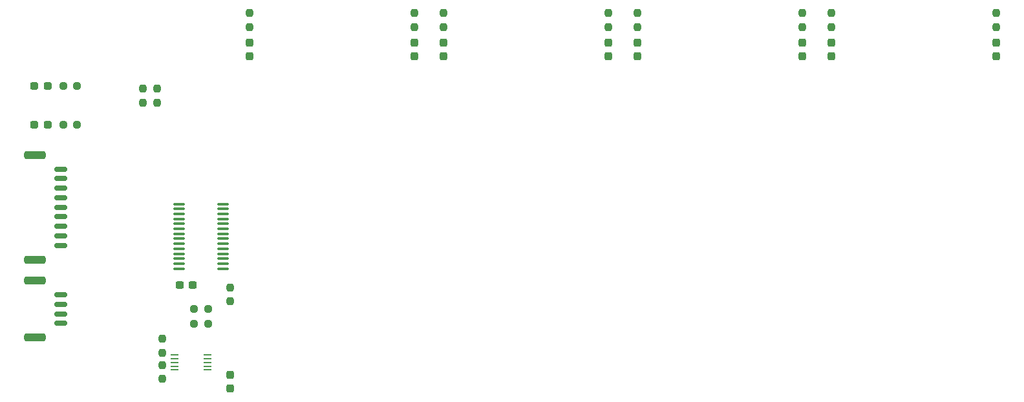
<source format=gtp>
G04 #@! TF.GenerationSoftware,KiCad,Pcbnew,6.0.6-3a73a75311~116~ubuntu22.04.1*
G04 #@! TF.CreationDate,2022-09-02T17:28:33-07:00*
G04 #@! TF.ProjectId,thrusterV3,74687275-7374-4657-9256-332e6b696361,rev?*
G04 #@! TF.SameCoordinates,Original*
G04 #@! TF.FileFunction,Paste,Top*
G04 #@! TF.FilePolarity,Positive*
%FSLAX46Y46*%
G04 Gerber Fmt 4.6, Leading zero omitted, Abs format (unit mm)*
G04 Created by KiCad (PCBNEW 6.0.6-3a73a75311~116~ubuntu22.04.1) date 2022-09-02 17:28:33*
%MOMM*%
%LPD*%
G01*
G04 APERTURE LIST*
G04 Aperture macros list*
%AMRoundRect*
0 Rectangle with rounded corners*
0 $1 Rounding radius*
0 $2 $3 $4 $5 $6 $7 $8 $9 X,Y pos of 4 corners*
0 Add a 4 corners polygon primitive as box body*
4,1,4,$2,$3,$4,$5,$6,$7,$8,$9,$2,$3,0*
0 Add four circle primitives for the rounded corners*
1,1,$1+$1,$2,$3*
1,1,$1+$1,$4,$5*
1,1,$1+$1,$6,$7*
1,1,$1+$1,$8,$9*
0 Add four rect primitives between the rounded corners*
20,1,$1+$1,$2,$3,$4,$5,0*
20,1,$1+$1,$4,$5,$6,$7,0*
20,1,$1+$1,$6,$7,$8,$9,0*
20,1,$1+$1,$8,$9,$2,$3,0*%
G04 Aperture macros list end*
%ADD10RoundRect,0.100000X0.637500X0.100000X-0.637500X0.100000X-0.637500X-0.100000X0.637500X-0.100000X0*%
%ADD11RoundRect,0.237500X-0.237500X0.250000X-0.237500X-0.250000X0.237500X-0.250000X0.237500X0.250000X0*%
%ADD12RoundRect,0.237500X0.250000X0.237500X-0.250000X0.237500X-0.250000X-0.237500X0.250000X-0.237500X0*%
%ADD13RoundRect,0.237500X-0.250000X-0.237500X0.250000X-0.237500X0.250000X0.237500X-0.250000X0.237500X0*%
%ADD14RoundRect,0.237500X-0.300000X-0.237500X0.300000X-0.237500X0.300000X0.237500X-0.300000X0.237500X0*%
%ADD15RoundRect,0.150000X0.700000X-0.150000X0.700000X0.150000X-0.700000X0.150000X-0.700000X-0.150000X0*%
%ADD16RoundRect,0.250000X1.150000X-0.250000X1.150000X0.250000X-1.150000X0.250000X-1.150000X-0.250000X0*%
%ADD17RoundRect,0.237500X0.287500X0.237500X-0.287500X0.237500X-0.287500X-0.237500X0.287500X-0.237500X0*%
%ADD18RoundRect,0.237500X0.237500X-0.250000X0.237500X0.250000X-0.237500X0.250000X-0.237500X-0.250000X0*%
%ADD19RoundRect,0.237500X-0.237500X0.287500X-0.237500X-0.287500X0.237500X-0.287500X0.237500X0.287500X0*%
%ADD20RoundRect,0.237500X-0.237500X0.300000X-0.237500X-0.300000X0.237500X-0.300000X0.237500X0.300000X0*%
%ADD21R,1.100000X0.250000*%
G04 APERTURE END LIST*
D10*
X87317500Y-93125000D03*
X87317500Y-92475000D03*
X87317500Y-91825000D03*
X87317500Y-91175000D03*
X87317500Y-90525000D03*
X87317500Y-89875000D03*
X87317500Y-89225000D03*
X87317500Y-88575000D03*
X87317500Y-87925000D03*
X87317500Y-87275000D03*
X87317500Y-86625000D03*
X87317500Y-85975000D03*
X87317500Y-85325000D03*
X87317500Y-84675000D03*
X81592500Y-84675000D03*
X81592500Y-85325000D03*
X81592500Y-85975000D03*
X81592500Y-86625000D03*
X81592500Y-87275000D03*
X81592500Y-87925000D03*
X81592500Y-88575000D03*
X81592500Y-89225000D03*
X81592500Y-89875000D03*
X81592500Y-90525000D03*
X81592500Y-91175000D03*
X81592500Y-91825000D03*
X81592500Y-92475000D03*
X81592500Y-93125000D03*
D11*
X137795000Y-59650000D03*
X137795000Y-61475000D03*
X163195000Y-59650000D03*
X163195000Y-61475000D03*
X90805000Y-59650000D03*
X90805000Y-61475000D03*
D12*
X85367500Y-100330000D03*
X83542500Y-100330000D03*
D11*
X76835000Y-69572500D03*
X76835000Y-71397500D03*
D13*
X66397500Y-74295000D03*
X68222500Y-74295000D03*
D14*
X81687500Y-95250000D03*
X83412500Y-95250000D03*
D11*
X79375000Y-102315000D03*
X79375000Y-104140000D03*
D15*
X66085000Y-100300000D03*
X66085000Y-99050000D03*
X66085000Y-97800000D03*
X66085000Y-96550000D03*
D16*
X62735000Y-94700000D03*
X62735000Y-102150000D03*
D12*
X85367500Y-98425000D03*
X83542500Y-98425000D03*
D11*
X167005000Y-59650000D03*
X167005000Y-61475000D03*
D17*
X64412500Y-74295000D03*
X62662500Y-74295000D03*
D13*
X66397500Y-69215000D03*
X68222500Y-69215000D03*
D11*
X188595000Y-59650000D03*
X188595000Y-61475000D03*
D18*
X78740000Y-71397500D03*
X78740000Y-69572500D03*
D19*
X90805000Y-63535000D03*
X90805000Y-65285000D03*
X141605000Y-63535000D03*
X141605000Y-65285000D03*
D11*
X79375000Y-105767500D03*
X79375000Y-107592500D03*
D19*
X116205000Y-63535000D03*
X116205000Y-65285000D03*
D11*
X141605000Y-59650000D03*
X141605000Y-61475000D03*
D20*
X88265000Y-107087500D03*
X88265000Y-108812500D03*
D19*
X112395000Y-63535000D03*
X112395000Y-65285000D03*
D21*
X81035000Y-104410000D03*
X81035000Y-104910000D03*
X81035000Y-105410000D03*
X81035000Y-105910000D03*
X81035000Y-106410000D03*
X85335000Y-106410000D03*
X85335000Y-105910000D03*
X85335000Y-105410000D03*
X85335000Y-104910000D03*
X85335000Y-104410000D03*
D19*
X167005000Y-63535000D03*
X167005000Y-65285000D03*
X188595000Y-63535000D03*
X188595000Y-65285000D03*
D17*
X64375000Y-69215000D03*
X62625000Y-69215000D03*
D11*
X116205000Y-59650000D03*
X116205000Y-61475000D03*
D19*
X163195000Y-63535000D03*
X163195000Y-65285000D03*
D15*
X66085000Y-90090000D03*
X66085000Y-88840000D03*
X66085000Y-87590000D03*
X66085000Y-86340000D03*
X66085000Y-85090000D03*
X66085000Y-83840000D03*
X66085000Y-82590000D03*
X66085000Y-81340000D03*
X66085000Y-80090000D03*
D16*
X62735000Y-91940000D03*
X62735000Y-78240000D03*
D11*
X88265000Y-95607500D03*
X88265000Y-97432500D03*
X112395000Y-59650000D03*
X112395000Y-61475000D03*
D19*
X137795000Y-63535000D03*
X137795000Y-65285000D03*
M02*

</source>
